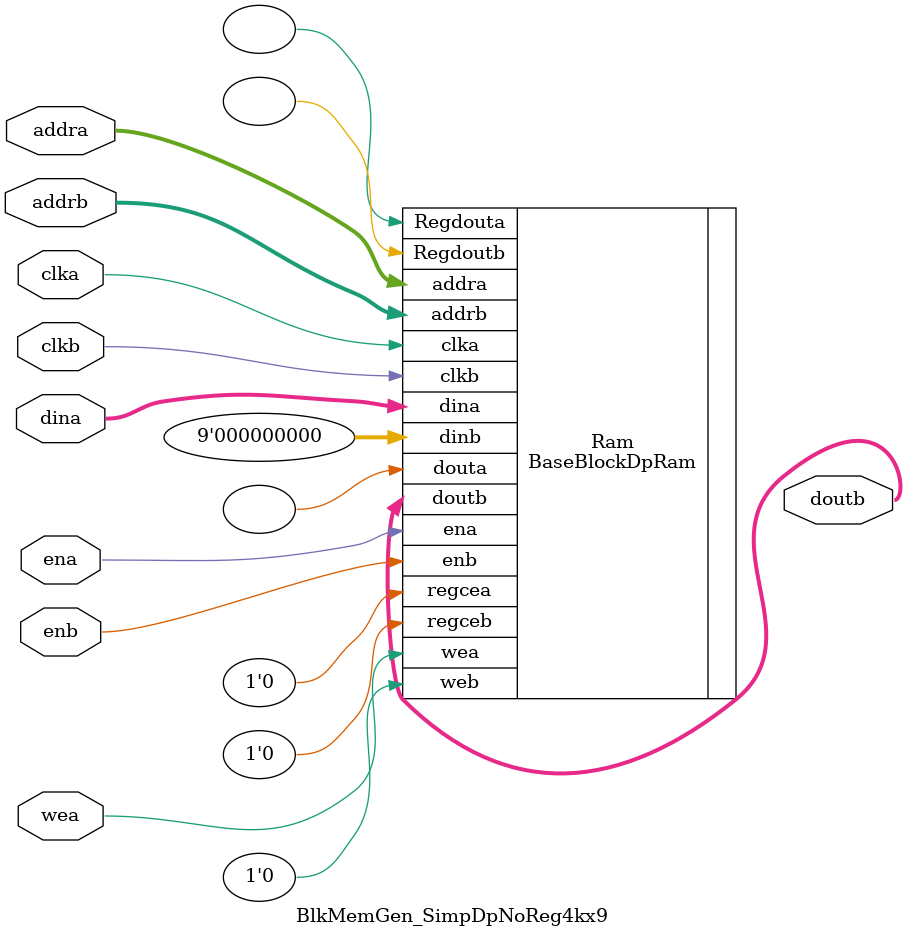
<source format=v>
/*
	BlkMemGen_SimpDpNoReg4kx9.v: Behavior version of block RAM

		  Ted Rossin 9-18-2024
	  		     9-25-2024 

     Note: This is modeling the default WRITE_FIRST or Transparent mode.
*/

`timescale 1ns / 1ps

module BlkMemGen_SimpDpNoReg4kx9 (
     input clka
    ,input ena
    ,input wea
    ,input[11:0] addra
    ,input[8:0] dina

    ,input clkb
    ,input enb
    ,input[11:0] addrb
    ,output[8:0] doutb
);

    BaseBlockDpRam #(.AddrWidth(12),.DataWidth(9)) Ram(
	 .clka(clka)
    	,.ena(ena)
    	,.regcea(1'b0)
	,.wea(wea)
	,.addra(addra)
	,.dina(dina)
	,.douta()
	,.Regdouta()

	,.clkb(clkb)
    	,.enb(enb)
    	,.regceb(1'b0)
	,.web(1'b0)
	,.addrb(addrb)
	,.dinb(9'd0)
	,.doutb(doutb)
	,.Regdoutb()
    );

endmodule

</source>
